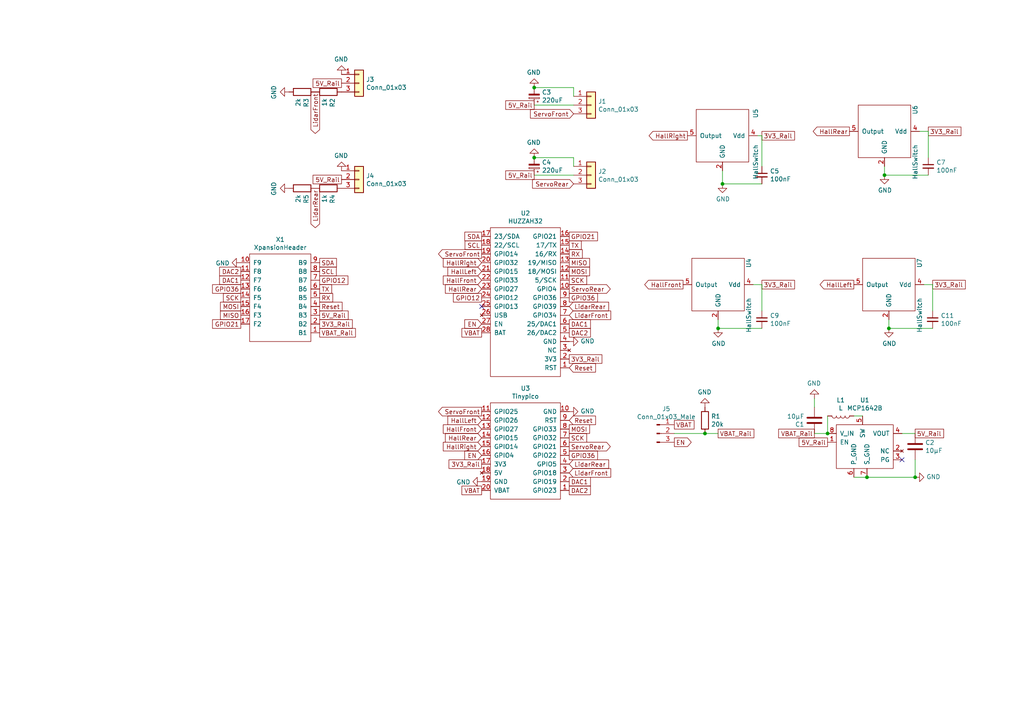
<source format=kicad_sch>
(kicad_sch (version 20211123) (generator eeschema)
  (paper "A4")
  (title_block (title "Tardygrade pcb v0.42") (date "2021-11-21"))
  (lib_symbols
    (symbol "111symbols:HUZZAH32" (pin_names (offset 1.016))
      (property "Reference" "U" (at -7.62 24.13 0))
      (property "Value" "HUZZAH32" (at 5.08 24.13 0))
      (symbol "HUZZAH32_0_1"
        (rectangle (start -10.16 21.59) (end 10.16 -21.59))
      )
      (symbol "HUZZAH32_1_1"
        (pin input line (at 12.7 -19.05 180) (length 2.54) (name "RST") (number "1"))
        (pin bidirectional line (at 12.7 3.81 180) (length 2.54) (name "GPIO4") (number "10"))
        (pin bidirectional line (at 12.7 6.35 180) (length 2.54) (name "5/SCK") (number "11"))
        (pin bidirectional line (at 12.7 8.89 180) (length 2.54) (name "18/MOSI") (number "12"))
        (pin bidirectional line (at 12.7 11.43 180) (length 2.54) (name "19/MISO") (number "13"))
        (pin bidirectional line (at 12.7 13.97 180) (length 2.54) (name "16/RX") (number "14"))
        (pin bidirectional line (at 12.7 16.51 180) (length 2.54) (name "17/TX") (number "15"))
        (pin bidirectional line (at 12.7 19.05 180) (length 2.54) (name "GPIO21") (number "16"))
        (pin bidirectional line (at -12.7 19.05 0) (length 2.54) (name "23/SDA") (number "17"))
        (pin bidirectional line (at -12.7 16.51 0) (length 2.54) (name "22/SCL") (number "18"))
        (pin bidirectional line (at -12.7 13.97 0) (length 2.54) (name "GPIO14") (number "19"))
        (pin power_out line (at 12.7 -16.51 180) (length 2.54) (name "3V3") (number "2"))
        (pin bidirectional line (at -12.7 11.43 0) (length 2.54) (name "GPIO32") (number "20"))
        (pin bidirectional line (at -12.7 8.89 0) (length 2.54) (name "GPIO15") (number "21"))
        (pin bidirectional line (at -12.7 6.35 0) (length 2.54) (name "GPIO33") (number "22"))
        (pin bidirectional line (at -12.7 3.81 0) (length 2.54) (name "GPIO27") (number "23"))
        (pin bidirectional line (at -12.7 1.27 0) (length 2.54) (name "GPIO12") (number "24"))
        (pin bidirectional line (at -12.7 -1.27 0) (length 2.54) (name "GPIO13") (number "25"))
        (pin no_connect line (at -12.7 -3.81 0) (length 2.54) (name "USB") (number "26"))
        (pin input line (at -12.7 -6.35 0) (length 2.54) (name "EN") (number "27"))
        (pin power_out line (at -12.7 -8.89 0) (length 2.54) (name "BAT") (number "28"))
        (pin no_connect line (at 12.7 -13.97 180) (length 2.54) (name "NC") (number "3"))
        (pin power_out line (at 12.7 -11.43 180) (length 2.54) (name "GND") (number "4"))
        (pin bidirectional line (at 12.7 -8.89 180) (length 2.54) (name "26/DAC2") (number "5"))
        (pin bidirectional line (at 12.7 -6.35 180) (length 2.54) (name "25/DAC1") (number "6"))
        (pin bidirectional line (at 12.7 -3.81 180) (length 2.54) (name "GPIO34") (number "7"))
        (pin bidirectional line (at 12.7 -1.27 180) (length 2.54) (name "GPIO39") (number "8"))
        (pin bidirectional line (at 12.7 1.27 180) (length 2.54) (name "GPIO36") (number "9"))
      )
    )
    (symbol "111symbols:HallSwitch" (pin_names (offset 1.016))
      (property "Reference" "U" (at -7.62 10.16 0))
      (property "Value" "HallSwitch" (at 11.43 10.16 0))
      (symbol "HallSwitch_0_1"
        (rectangle (start -7.62 7.62) (end 7.62 -7.62))
      )
      (symbol "HallSwitch_1_1"
        (pin power_in line (at -10.16 0 0) (length 2.54) (name "GND") (number "2"))
        (pin power_in line (at 0 -10.16 90) (length 2.54) (name "Vdd") (number "4"))
        (pin output line (at 0 10.16 270) (length 2.54) (name "Output") (number "5"))
      )
    )
    (symbol "111symbols:MCP1642B" (pin_names (offset 1.016))
      (property "Reference" "U" (at -7.62 8.89 0))
      (property "Value" "MCP1642B" (at 6.35 8.89 0))
      (symbol "MCP1642B_0_1"
        (rectangle (start -7.62 6.35) (end 8.89 -6.35))
      )
      (symbol "MCP1642B_1_1"
        (pin input line (at -10.16 1.27 0) (length 2.54) (name "EN") (number "1"))
        (pin no_connect line (at 11.43 -1.27 180) (length 2.54) (name "NC") (number "2"))
        (pin input line (at 11.43 -3.81 180) (length 2.54) (name "PG") (number "3"))
        (pin power_out line (at 11.43 3.81 180) (length 2.54) (name "VOUT") (number "4"))
        (pin input line (at 0 8.89 270) (length 2.54) (name "SW") (number "5"))
        (pin input line (at -2.54 -8.89 90) (length 2.54) (name "P_GND") (number "6"))
        (pin input line (at 1.27 -8.89 90) (length 2.54) (name "S_GND") (number "7"))
        (pin input line (at -10.16 3.81 0) (length 2.54) (name "V_IN") (number "8"))
      )
    )
    (symbol "111symbols:Tinypico" (pin_names (offset 1.016))
      (property "Reference" "U" (at -6.35 16.51 0))
      (property "Value" "Tinypico" (at 3.81 16.51 0))
      (symbol "Tinypico_0_1"
        (rectangle (start -10.16 13.97) (end 10.16 -13.97))
      )
      (symbol "Tinypico_1_1"
        (pin bidirectional line (at 12.7 -11.43 180) (length 2.54) (name "GPIO23") (number "1"))
        (pin power_out line (at 12.7 11.43 180) (length 2.54) (name "GND") (number "10"))
        (pin bidirectional line (at -12.7 11.43 0) (length 2.54) (name "GPIO25") (number "11"))
        (pin bidirectional line (at -12.7 8.89 0) (length 2.54) (name "GPIO26") (number "12"))
        (pin bidirectional line (at -12.7 6.35 0) (length 2.54) (name "GPIO27") (number "13"))
        (pin bidirectional line (at -12.7 3.81 0) (length 2.54) (name "GPIO15") (number "14"))
        (pin bidirectional line (at -12.7 1.27 0) (length 2.54) (name "GPIO14") (number "15"))
        (pin bidirectional line (at -12.7 -1.27 0) (length 2.54) (name "GPIO4") (number "16"))
        (pin power_out line (at -12.7 -3.81 0) (length 2.54) (name "3V3") (number "17"))
        (pin no_connect line (at -12.7 -6.35 0) (length 2.54) (name "5V") (number "18"))
        (pin power_out line (at -12.7 -8.89 0) (length 2.54) (name "GND") (number "19"))
        (pin bidirectional line (at 12.7 -8.89 180) (length 2.54) (name "GPIO19") (number "2"))
        (pin power_out line (at -12.7 -11.43 0) (length 2.54) (name "VBAT") (number "20"))
        (pin bidirectional line (at 12.7 -6.35 180) (length 2.54) (name "GPIO18") (number "3"))
        (pin bidirectional line (at 12.7 -3.81 180) (length 2.54) (name "GPIO5") (number "4"))
        (pin bidirectional line (at 12.7 -1.27 180) (length 2.54) (name "GPIO22") (number "5"))
        (pin bidirectional line (at 12.7 1.27 180) (length 2.54) (name "GPIO21") (number "6"))
        (pin bidirectional line (at 12.7 3.81 180) (length 2.54) (name "GPIO32") (number "7"))
        (pin bidirectional line (at 12.7 6.35 180) (length 2.54) (name "GPIO33") (number "8"))
        (pin input line (at 12.7 8.89 180) (length 2.54) (name "RST") (number "9"))
      )
    )
    (symbol "111symbols:XpansionHeader" (pin_names (offset 1.016))
      (property "Reference" "X" (at 10.16 16.51 0))
      (property "Value" "XpansionHeader" (at 0 16.51 0))
      (symbol "XpansionHeader_0_1"
        (rectangle (start -8.89 12.7) (end 8.89 -12.7))
      )
      (symbol "XpansionHeader_1_1"
        (pin passive line (at 11.43 -10.16 180) (length 2.54) (name "B1") (number "1"))
        (pin passive line (at -11.43 10.16 0) (length 2.54) (name "F9") (number "10"))
        (pin passive line (at -11.43 7.62 0) (length 2.54) (name "F8") (number "11"))
        (pin passive line (at -11.43 5.08 0) (length 2.54) (name "F7") (number "12"))
        (pin passive line (at -11.43 2.54 0) (length 2.54) (name "F6") (number "13"))
        (pin passive line (at -11.43 0 0) (length 2.54) (name "F5") (number "14"))
        (pin passive line (at -11.43 -2.54 0) (length 2.54) (name "F4") (number "15"))
        (pin passive line (at -11.43 -5.08 0) (length 2.54) (name "F3") (number "16"))
        (pin passive line (at -11.43 -7.62 0) (length 2.54) (name "F2") (number "17"))
        (pin passive line (at 11.43 -7.62 180) (length 2.54) (name "B2") (number "2"))
        (pin passive line (at 11.43 -5.08 180) (length 2.54) (name "B3") (number "3"))
        (pin passive line (at 11.43 -2.54 180) (length 2.54) (name "B4") (number "4"))
        (pin passive line (at 11.43 0 180) (length 2.54) (name "B5") (number "5"))
        (pin passive line (at 11.43 2.54 180) (length 2.54) (name "B6") (number "6"))
        (pin passive line (at 11.43 5.08 180) (length 2.54) (name "B7") (number "7"))
        (pin passive line (at 11.43 7.62 180) (length 2.54) (name "B8") (number "8"))
        (pin passive line (at 11.43 10.16 180) (length 2.54) (name "B9") (number "9"))
      )
    )
    (symbol "Connector:Conn_01x03_Male" (pin_names (offset 1.016) hide)
      (property "Reference" "J" (at 0 5.08 0))
      (property "Value" "Conn_01x03_Male" (at 0 -5.08 0))
      (symbol "Conn_01x03_Male_1_1"
        (polyline (pts (xy 1.27 -2.54) (xy 0.8636 -2.54)) (stroke (width 0.1524)))
        (polyline (pts (xy 1.27 0) (xy 0.8636 0)) (stroke (width 0.1524)))
        (polyline (pts (xy 1.27 2.54) (xy 0.8636 2.54)) (stroke (width 0.1524)))
        (rectangle (start 0.8636 -2.413) (end 0 -2.667) (stroke (width 0.1524)) (fill (type outline)))
        (rectangle (start 0.8636 0.127) (end 0 -0.127) (stroke (width 0.1524)) (fill (type outline)))
        (rectangle (start 0.8636 2.667) (end 0 2.413) (stroke (width 0.1524)) (fill (type outline)))
        (pin passive line (at 5.08 2.54 180) (length 3.81) (name "Pin_1") (number "1"))
        (pin passive line (at 5.08 0 180) (length 3.81) (name "Pin_2") (number "2"))
        (pin passive line (at 5.08 -2.54 180) (length 3.81) (name "Pin_3") (number "3"))
      )
    )
    (symbol "Connector_Generic:Conn_01x03" (pin_names (offset 1.016) hide)
      (property "Reference" "J" (at 0 5.08 0))
      (property "Value" "Conn_01x03" (at 0 -5.08 0))
      (symbol "Conn_01x03_1_1"
        (rectangle (start -1.27 -2.413) (end 0 -2.667) (stroke (width 0.1524)))
        (rectangle (start -1.27 0.127) (end 0 -0.127) (stroke (width 0.1524)))
        (rectangle (start -1.27 2.667) (end 0 2.413) (stroke (width 0.1524)))
        (rectangle (start -1.27 3.81) (end 1.27 -3.81) (stroke (width 0.254)) (fill (type background)))
        (pin passive line (at -5.08 2.54 0) (length 3.81) (name "Pin_1") (number "1"))
        (pin passive line (at -5.08 0 0) (length 3.81) (name "Pin_2") (number "2"))
        (pin passive line (at -5.08 -2.54 0) (length 3.81) (name "Pin_3") (number "3"))
      )
    )
    (symbol "Device:C" (pin_numbers hide) (pin_names (offset 0.254))
      (property "Reference" "C" (at 0.635 2.54 0))
      (property "Value" "C" (at 0.635 -2.54 0))
      (symbol "C_0_1"
        (polyline (pts (xy -2.032 -0.762) (xy 2.032 -0.762)) (stroke (width 0.508)))
        (polyline (pts (xy -2.032 0.762) (xy 2.032 0.762)) (stroke (width 0.508)))
      )
      (symbol "C_1_1"
        (pin passive line (at 0 3.81 270) (length 2.794) (name "~") (number "1"))
        (pin passive line (at 0 -3.81 90) (length 2.794) (name "~") (number "2"))
      )
    )
    (symbol "Device:CP_Small" (pin_numbers hide) (pin_names (offset 0.254) hide)
      (property "Reference" "C" (at 0.254 1.778 0))
      (property "Value" "Device_CP_Small" (at 0.254 -2.032 0))
      (symbol "CP_Small_0_1"
        (rectangle (start -1.524 -0.3048) (end 1.524 -0.6858) (fill (type outline)))
        (rectangle (start -1.524 0.6858) (end 1.524 0.3048))
        (polyline (pts (xy -1.27 1.524) (xy -0.762 1.524)))
        (polyline (pts (xy -1.016 1.27) (xy -1.016 1.778)))
      )
      (symbol "CP_Small_1_1"
        (pin passive line (at 0 2.54 270) (length 1.8542) (name "~") (number "1"))
        (pin passive line (at 0 -2.54 90) (length 1.8542) (name "~") (number "2"))
      )
    )
    (symbol "Device:C_Small" (pin_numbers hide) (pin_names (offset 0.254) hide)
      (property "Reference" "C" (at 0.254 1.778 0))
      (property "Value" "C_Small" (at 0.254 -2.032 0))
      (symbol "C_Small_0_1"
        (polyline (pts (xy -1.524 -0.508) (xy 1.524 -0.508)) (stroke (width 0.3302)))
        (polyline (pts (xy -1.524 0.508) (xy 1.524 0.508)) (stroke (width 0.3048)))
      )
      (symbol "C_Small_1_1"
        (pin passive line (at 0 2.54 270) (length 2.032) (name "~") (number "1"))
        (pin passive line (at 0 -2.54 90) (length 2.032) (name "~") (number "2"))
      )
    )
    (symbol "Device:L" (pin_numbers hide) (pin_names (offset 1.016) hide)
      (property "Reference" "L" (at -1.27 0 90))
      (property "Value" "L" (at 1.905 0 90))
      (symbol "L_0_1"
        (arc (start 0 -2.54) (mid 0.635 -1.905) (end 0 -1.27))
        (arc (start 0 -1.27) (mid 0.635 -0.635) (end 0 0))
        (arc (start 0 0) (mid 0.635 0.635) (end 0 1.27))
        (arc (start 0 1.27) (mid 0.635 1.905) (end 0 2.54))
      )
      (symbol "L_1_1"
        (pin passive line (at 0 3.81 270) (length 1.27) (name "1") (number "1"))
        (pin passive line (at 0 -3.81 90) (length 1.27) (name "2") (number "2"))
      )
    )
    (symbol "Device:R" (pin_numbers hide) (pin_names (offset 0))
      (property "Reference" "R" (at 2.032 0 90))
      (property "Value" "R" (at 0 0 90))
      (symbol "R_0_1"
        (rectangle (start -1.016 -2.54) (end 1.016 2.54) (stroke (width 0.254)))
      )
      (symbol "R_1_1"
        (pin passive line (at 0 3.81 270) (length 1.27) (name "~") (number "1"))
        (pin passive line (at 0 -3.81 90) (length 1.27) (name "~") (number "2"))
      )
    )
    (symbol "power:GND" (power) (pin_names (offset 0))
      (property "Value" "GND" (at 0 -3.81 0))
      (symbol "GND_0_1"
        (polyline (pts (xy 0 0) (xy 0 -1.27) (xy 1.27 -1.27) (xy 0 -2.54) (xy -1.27 -1.27) (xy 0 -1.27)))
      )
      (symbol "GND_1_1"
        (pin power_in line (at 0 0 270) (length 0) hide (name "GND") (number "1"))
      )
    )
  )
  (junction (at 257.81 95.25))
  (junction (at 256.54 50.8))
  (junction (at 240.03 125.73))
  (junction (at 265.43 138.43))
  (junction (at 208.28 95.25))
  (junction (at 204.47 125.73))
  (junction (at 154.94 25.4))
  (junction (at 154.94 45.72))
  (junction (at 251.46 138.43))
  (junction (at 209.55 53.34))
  (no_connect (at 261.62 133.35))
  (no_connect (at 139.7 88.9))
  (wire (pts (xy 265.43 125.73) (xy 261.62 125.73)))
  (wire (pts (xy 208.28 125.73) (xy 204.47 125.73)))
  (wire (pts (xy 154.94 45.72) (xy 166.37 45.72)))
  (wire (pts (xy 209.55 53.34) (xy 209.55 49.53)))
  (wire (pts (xy 257.81 92.71) (xy 257.81 95.25)))
  (wire (pts (xy 236.22 125.73) (xy 240.03 125.73)))
  (wire (pts (xy 166.37 25.4) (xy 166.37 27.94)))
  (wire (pts (xy 267.97 82.55) (xy 270.51 82.55)))
  (wire (pts (xy 218.44 82.55) (xy 220.98 82.55)))
  (wire (pts (xy 251.46 138.43) (xy 265.43 138.43)))
  (wire (pts (xy 256.54 50.8) (xy 256.54 48.26)))
  (wire (pts (xy 208.28 95.25) (xy 208.28 92.71)))
  (wire (pts (xy 154.94 25.4) (xy 166.37 25.4)))
  (wire (pts (xy 166.37 50.8) (xy 154.94 50.8)))
  (wire (pts (xy 270.51 82.55) (xy 270.51 90.17)))
  (wire (pts (xy 240.03 120.65) (xy 240.03 125.73)))
  (wire (pts (xy 266.7 38.1) (xy 269.24 38.1)))
  (wire (pts (xy 220.98 95.25) (xy 208.28 95.25)))
  (wire (pts (xy 250.19 120.65) (xy 247.65 120.65)))
  (wire (pts (xy 220.98 53.34) (xy 209.55 53.34)))
  (wire (pts (xy 220.98 39.37) (xy 220.98 48.26)))
  (wire (pts (xy 166.37 45.72) (xy 166.37 48.26)))
  (wire (pts (xy 220.98 82.55) (xy 220.98 90.17)))
  (wire (pts (xy 166.37 30.48) (xy 154.94 30.48)))
  (wire (pts (xy 219.71 39.37) (xy 220.98 39.37)))
  (wire (pts (xy 269.24 50.8) (xy 256.54 50.8)))
  (wire (pts (xy 247.65 138.43) (xy 251.46 138.43)))
  (wire (pts (xy 265.43 133.35) (xy 265.43 138.43)))
  (wire (pts (xy 269.24 38.1) (xy 269.24 45.72)))
  (wire (pts (xy 195.58 125.73) (xy 204.47 125.73)))
  (wire (pts (xy 236.22 115.57) (xy 236.22 118.11)))
  (wire (pts (xy 257.81 95.25) (xy 270.51 95.25)))
  (global_label "HallLeft" (shape output) (at 247.65 82.55 180) (property "Intersheet References" "${INTERSHEET_REFS}" (effects hide)))
  (global_label "ServoRear" (shape output) (at 165.1 83.82 0) (property "Intersheet References" "${INTERSHEET_REFS}" (effects hide)))
  (global_label "GPIO12" (shape passive) (at 92.71 81.28 0) (property "Intersheet References" "${INTERSHEET_REFS}" (effects hide)))
  (global_label "DAC2" (shape passive) (at 165.1 96.52 0) (property "Intersheet References" "${INTERSHEET_REFS}" (effects hide)))
  (global_label "3V3_Rail" (shape passive) (at 220.98 39.37 0) (property "Intersheet References" "${INTERSHEET_REFS}" (effects hide)))
  (global_label "5V_Rail" (shape passive) (at 92.71 91.44 0) (property "Intersheet References" "${INTERSHEET_REFS}" (effects hide)))
  (global_label "VBAT_Rail" (shape passive) (at 236.22 125.73 180) (property "Intersheet References" "${INTERSHEET_REFS}" (effects hide)))
  (global_label "5V_Rail" (shape passive) (at 99.06 24.13 180) (property "Intersheet References" "${INTERSHEET_REFS}" (effects hide)))
  (global_label "LidarFront" (shape input) (at 165.1 137.16 0) (property "Intersheet References" "${INTERSHEET_REFS}" (effects hide)))
  (global_label "SCK" (shape passive) (at 165.1 81.28 0) (property "Intersheet References" "${INTERSHEET_REFS}" (effects hide)))
  (global_label "LidarFront" (shape output) (at 91.44 26.67 270) (property "Intersheet References" "${INTERSHEET_REFS}" (effects hide)))
  (global_label "HallRight" (shape input) (at 139.7 76.2 180) (property "Intersheet References" "${INTERSHEET_REFS}" (effects hide)))
  (global_label "Reset" (shape input) (at 165.1 106.68 0) (property "Intersheet References" "${INTERSHEET_REFS}" (effects hide)))
  (global_label "ServoRear" (shape output) (at 165.1 129.54 0) (property "Intersheet References" "${INTERSHEET_REFS}" (effects hide)))
  (global_label "HallRight" (shape output) (at 199.39 39.37 180) (property "Intersheet References" "${INTERSHEET_REFS}" (effects hide)))
  (global_label "GPIO21" (shape passive) (at 165.1 68.58 0) (property "Intersheet References" "${INTERSHEET_REFS}" (effects hide)))
  (global_label "MOSI" (shape passive) (at 165.1 124.46 0) (property "Intersheet References" "${INTERSHEET_REFS}" (effects hide)))
  (global_label "3V3_Rail" (shape passive) (at 220.98 82.55 0) (property "Intersheet References" "${INTERSHEET_REFS}" (effects hide)))
  (global_label "EN" (shape input) (at 139.7 93.98 180) (property "Intersheet References" "${INTERSHEET_REFS}" (effects hide)))
  (global_label "LidarFront" (shape input) (at 165.1 91.44 0) (property "Intersheet References" "${INTERSHEET_REFS}" (effects hide)))
  (global_label "HallFront" (shape input) (at 139.7 81.28 180) (property "Intersheet References" "${INTERSHEET_REFS}" (effects hide)))
  (global_label "3V3_Rail" (shape passive) (at 165.1 104.14 0) (property "Intersheet References" "${INTERSHEET_REFS}" (effects hide)))
  (global_label "LidarRear" (shape input) (at 165.1 134.62 0) (property "Intersheet References" "${INTERSHEET_REFS}" (effects hide)))
  (global_label "SCL" (shape passive) (at 139.7 71.12 180) (property "Intersheet References" "${INTERSHEET_REFS}" (effects hide)))
  (global_label "VBAT" (shape passive) (at 195.58 123.19 0) (property "Intersheet References" "${INTERSHEET_REFS}" (effects hide)))
  (global_label "3V3_Rail" (shape passive) (at 269.24 38.1 0) (property "Intersheet References" "${INTERSHEET_REFS}" (effects hide)))
  (global_label "MISO" (shape passive) (at 69.85 91.44 180) (property "Intersheet References" "${INTERSHEET_REFS}" (effects hide)))
  (global_label "Reset" (shape passive) (at 92.71 88.9 0) (property "Intersheet References" "${INTERSHEET_REFS}" (effects hide)))
  (global_label "SDA" (shape passive) (at 92.71 76.2 0) (property "Intersheet References" "${INTERSHEET_REFS}" (effects hide)))
  (global_label "GPIO21" (shape passive) (at 69.85 93.98 180) (property "Intersheet References" "${INTERSHEET_REFS}" (effects hide)))
  (global_label "HallLeft" (shape input) (at 139.7 121.92 180) (property "Intersheet References" "${INTERSHEET_REFS}" (effects hide)))
  (global_label "SDA" (shape passive) (at 139.7 68.58 180) (property "Intersheet References" "${INTERSHEET_REFS}" (effects hide)))
  (global_label "GPIO36" (shape passive) (at 69.85 83.82 180) (property "Intersheet References" "${INTERSHEET_REFS}" (effects hide)))
  (global_label "5V_Rail" (shape passive) (at 154.94 30.48 180) (property "Intersheet References" "${INTERSHEET_REFS}" (effects hide)))
  (global_label "RX" (shape passive) (at 165.1 73.66 0) (property "Intersheet References" "${INTERSHEET_REFS}" (effects hide)))
  (global_label "HallLeft" (shape input) (at 139.7 78.74 180) (property "Intersheet References" "${INTERSHEET_REFS}" (effects hide)))
  (global_label "5V_Rail" (shape passive) (at 240.03 128.27 180) (property "Intersheet References" "${INTERSHEET_REFS}" (effects hide)))
  (global_label "ServoRear" (shape input) (at 166.37 53.34 180) (property "Intersheet References" "${INTERSHEET_REFS}" (effects hide)))
  (global_label "5V_Rail" (shape passive) (at 154.94 50.8 180) (property "Intersheet References" "${INTERSHEET_REFS}" (effects hide)))
  (global_label "TX" (shape passive) (at 165.1 71.12 0) (property "Intersheet References" "${INTERSHEET_REFS}" (effects hide)))
  (global_label "GPIO36" (shape passive) (at 165.1 86.36 0) (property "Intersheet References" "${INTERSHEET_REFS}" (effects hide)))
  (global_label "ServoFront" (shape output) (at 139.7 119.38 180) (property "Intersheet References" "${INTERSHEET_REFS}" (effects hide)))
  (global_label "3V3_Rail" (shape passive) (at 92.71 93.98 0) (property "Intersheet References" "${INTERSHEET_REFS}" (effects hide)))
  (global_label "LidarRear" (shape input) (at 165.1 88.9 0) (property "Intersheet References" "${INTERSHEET_REFS}" (effects hide)))
  (global_label "RX" (shape passive) (at 92.71 86.36 0) (property "Intersheet References" "${INTERSHEET_REFS}" (effects hide)))
  (global_label "MISO" (shape passive) (at 165.1 76.2 0) (property "Intersheet References" "${INTERSHEET_REFS}" (effects hide)))
  (global_label "3V3_Rail" (shape passive) (at 270.51 82.55 0) (property "Intersheet References" "${INTERSHEET_REFS}" (effects hide)))
  (global_label "HallRear" (shape input) (at 139.7 83.82 180) (property "Intersheet References" "${INTERSHEET_REFS}" (effects hide)))
  (global_label "HallRear" (shape input) (at 139.7 127 180) (property "Intersheet References" "${INTERSHEET_REFS}" (effects hide)))
  (global_label "SCK" (shape passive) (at 165.1 127 0) (property "Intersheet References" "${INTERSHEET_REFS}" (effects hide)))
  (global_label "HallRear" (shape output) (at 246.38 38.1 180) (property "Intersheet References" "${INTERSHEET_REFS}" (effects hide)))
  (global_label "3V3_Rail" (shape passive) (at 139.7 134.62 180) (property "Intersheet References" "${INTERSHEET_REFS}" (effects hide)))
  (global_label "EN" (shape input) (at 139.7 132.08 180) (property "Intersheet References" "${INTERSHEET_REFS}" (effects hide)))
  (global_label "MOSI" (shape passive) (at 69.85 88.9 180) (property "Intersheet References" "${INTERSHEET_REFS}" (effects hide)))
  (global_label "ServoFront" (shape output) (at 139.7 73.66 180) (property "Intersheet References" "${INTERSHEET_REFS}" (effects hide)))
  (global_label "5V_Rail" (shape passive) (at 265.43 125.73 0) (property "Intersheet References" "${INTERSHEET_REFS}" (effects hide)))
  (global_label "GPIO12" (shape passive) (at 139.7 86.36 180) (property "Intersheet References" "${INTERSHEET_REFS}" (effects hide)))
  (global_label "VBAT_Rail" (shape passive) (at 208.28 125.73 0) (property "Intersheet References" "${INTERSHEET_REFS}" (effects hide)))
  (global_label "GPIO36" (shape passive) (at 165.1 132.08 0) (property "Intersheet References" "${INTERSHEET_REFS}" (effects hide)))
  (global_label "5V_Rail" (shape passive) (at 99.06 52.07 180) (property "Intersheet References" "${INTERSHEET_REFS}" (effects hide)))
  (global_label "LidarRear" (shape output) (at 91.44 54.61 270) (property "Intersheet References" "${INTERSHEET_REFS}" (effects hide)))
  (global_label "HallFront" (shape input) (at 139.7 124.46 180) (property "Intersheet References" "${INTERSHEET_REFS}" (effects hide)))
  (global_label "VBAT" (shape passive) (at 139.7 142.24 180) (property "Intersheet References" "${INTERSHEET_REFS}" (effects hide)))
  (global_label "HallFront" (shape output) (at 198.12 82.55 180) (property "Intersheet References" "${INTERSHEET_REFS}" (effects hide)))
  (global_label "VBAT_Rail" (shape passive) (at 92.71 96.52 0) (property "Intersheet References" "${INTERSHEET_REFS}" (effects hide)))
  (global_label "HallRight" (shape input) (at 139.7 129.54 180) (property "Intersheet References" "${INTERSHEET_REFS}" (effects hide)))
  (global_label "DAC2" (shape passive) (at 165.1 142.24 0) (property "Intersheet References" "${INTERSHEET_REFS}" (effects hide)))
  (global_label "ServoFront" (shape input) (at 166.37 33.02 180) (property "Intersheet References" "${INTERSHEET_REFS}" (effects hide)))
  (global_label "MOSI" (shape passive) (at 165.1 78.74 0) (property "Intersheet References" "${INTERSHEET_REFS}" (effects hide)))
  (global_label "SCL" (shape passive) (at 92.71 78.74 0) (property "Intersheet References" "${INTERSHEET_REFS}" (effects hide)))
  (global_label "DAC1" (shape passive) (at 165.1 93.98 0) (property "Intersheet References" "${INTERSHEET_REFS}" (effects hide)))
  (global_label "Reset" (shape input) (at 165.1 121.92 0) (property "Intersheet References" "${INTERSHEET_REFS}" (effects hide)))
  (global_label "DAC2" (shape passive) (at 69.85 78.74 180) (property "Intersheet References" "${INTERSHEET_REFS}" (effects hide)))
  (global_label "VBAT" (shape passive) (at 139.7 96.52 180) (property "Intersheet References" "${INTERSHEET_REFS}" (effects hide)))
  (global_label "TX" (shape passive) (at 92.71 83.82 0) (property "Intersheet References" "${INTERSHEET_REFS}" (effects hide)))
  (global_label "EN" (shape output) (at 195.58 128.27 0) (property "Intersheet References" "${INTERSHEET_REFS}" (effects hide)))
  (global_label "DAC1" (shape passive) (at 69.85 81.28 180) (property "Intersheet References" "${INTERSHEET_REFS}" (effects hide)))
  (global_label "SCK" (shape passive) (at 69.85 86.36 180) (property "Intersheet References" "${INTERSHEET_REFS}" (effects hide)))
  (global_label "DAC1" (shape passive) (at 165.1 139.7 0) (property "Intersheet References" "${INTERSHEET_REFS}" (effects hide)))
  (symbol (lib_id "Device:L") (at 243.84 120.65 270) (unit 1)
    (property "Reference" "L1" (at 243.84 116.0526 90))
    (property "Value" "L" (at 243.84 118.364 90))
    (property "Footprint" "222footprints:710-744052005" (effects hide))
    (property "Datasheet" "https://www.mouser.se/datasheet/2/445/744052005-1721003.pdf" (effects hide))
  )
  (symbol (lib_id "Device:C") (at 265.43 129.54 0) (unit 1)
    (property "Reference" "C2" (at 268.351 128.3716 0) (effects (justify left)))
    (property "Value" "10μF" (at 268.351 130.683 0) (effects (justify left)))
    (property "Footprint" "222footprints:C_0603_1608Metric_HandSolderBig" (effects hide))
  )
  (symbol (lib_id "Device:C") (at 236.22 121.92 180) (unit 1)
    (property "Reference" "C1" (at 233.299 123.0884 0) (effects (justify left)))
    (property "Value" "10μF" (at 233.299 120.777 0) (effects (justify left)))
    (property "Footprint" "222footprints:C_0603_1608Metric_HandSolderBig" (effects hide))
  )
  (symbol (lib_id "111symbols:HallSwitch") (at 209.55 39.37 90) (unit 1)
    (property "Reference" "U5" (at 218.44 34.29 0) (effects (justify left top)))
    (property "Value" "HallSwitch" (at 218.44 41.91 0) (effects (justify right top)))
    (property "Footprint" "222footprints:SOT-553" (effects hide))
    (property "Datasheet" "https://www.mouser.se/datasheet/2/115/AH1815-1317604.pdf" (effects hide))
  )
  (symbol (lib_id "111symbols:HallSwitch") (at 256.54 38.1 90) (unit 1)
    (property "Reference" "U6" (at 265.43 30.48 0) (effects (justify right)))
    (property "Value" "HallSwitch" (at 265.43 41.91 0) (effects (justify right)))
    (property "Footprint" "222footprints:SOT-553" (effects hide))
    (property "Datasheet" "https://www.mouser.se/datasheet/2/115/AH1815-1317604.pdf" (effects hide))
  )
  (symbol (lib_id "111symbols:HallSwitch") (at 208.28 82.55 90) (unit 1)
    (property "Reference" "U4" (at 217.17 74.93 0) (effects (justify right)))
    (property "Value" "HallSwitch" (at 217.17 86.36 0) (effects (justify right)))
    (property "Footprint" "222footprints:SOT-553" (effects hide))
    (property "Datasheet" "https://www.mouser.se/datasheet/2/115/AH1815-1317604.pdf" (effects hide))
  )
  (symbol (lib_id "111symbols:HallSwitch") (at 257.81 82.55 90) (unit 1)
    (property "Reference" "U7" (at 266.7 74.93 0) (effects (justify right)))
    (property "Value" "HallSwitch" (at 266.7 86.36 0) (effects (justify right)))
    (property "Footprint" "222footprints:SOT-553" (effects hide))
    (property "Datasheet" "https://www.mouser.se/datasheet/2/115/AH1815-1317604.pdf" (effects hide))
  )
  (symbol (lib_id "Device:C_Small") (at 220.98 92.71 0) (unit 1)
    (property "Reference" "C9" (at 223.3168 91.5416 0) (effects (justify left)))
    (property "Value" "100nF" (at 223.3168 93.853 0) (effects (justify left)))
    (property "Footprint" "Capacitor_SMD:C_0603_1608Metric_Pad1.08x0.95mm_HandSolder" (effects hide))
  )
  (symbol (lib_id "Connector_Generic:Conn_01x03") (at 171.45 30.48 0) (unit 1)
    (property "Reference" "J1" (at 173.482 29.4132 0) (effects (justify left)))
    (property "Value" "Conn_01x03" (at 173.482 31.7246 0) (effects (justify left)))
    (property "Footprint" "222footprints:PinHeader_Servo" (effects hide))
  )
  (symbol (lib_id "Connector_Generic:Conn_01x03") (at 171.45 50.8 0) (unit 1)
    (property "Reference" "J2" (at 173.482 49.7332 0) (effects (justify left)))
    (property "Value" "Conn_01x03" (at 173.482 52.0446 0) (effects (justify left)))
    (property "Footprint" "222footprints:PinHeader_Servo" (effects hide))
  )
  (symbol (lib_id "111symbols:HUZZAH32") (at 152.4 87.63 0) (unit 1)
    (property "Reference" "U2" (at 152.4 61.849 0))
    (property "Value" "HUZZAH32" (at 152.4 64.1604 0))
    (property "Footprint" "222footprints:HUZZAH32" (effects hide))
    (property "Datasheet" "https://cdn-shop.adafruit.com/product-files/3320/3320_module_datasheet.pdf" (effects hide))
  )
  (symbol (lib_id "111symbols:MCP1642B") (at 250.19 129.54 0) (unit 1)
    (property "Reference" "U1" (at 250.825 116.0526 0))
    (property "Value" "MCP1642B" (at 250.825 118.364 0))
    (property "Footprint" "222footprints:MSOP-8_Handsolder" (effects hide))
    (property "Datasheet" "https://www.mouser.se/datasheet/2/268/20005253A-596569.pdf" (effects hide))
  )
  (symbol (lib_id "111symbols:Tinypico") (at 152.4 130.81 0) (unit 1)
    (property "Reference" "U3" (at 152.4 112.649 0))
    (property "Value" "Tinypico" (at 152.4 114.9604 0))
    (property "Footprint" "222footprints:Tinypico" (effects hide))
    (property "Datasheet" "https://www.espressif.com/sites/default/files/documentation/esp32_datasheet_en.pdf" (effects hide))
  )
  (symbol (lib_id "Device:C_Small") (at 269.24 48.26 0) (unit 1)
    (property "Reference" "C7" (at 271.5768 47.0916 0) (effects (justify left)))
    (property "Value" "100nF" (at 271.5768 49.403 0) (effects (justify left)))
    (property "Footprint" "Capacitor_SMD:C_0603_1608Metric_Pad1.08x0.95mm_HandSolder" (effects hide))
  )
  (symbol (lib_id "Device:C_Small") (at 220.98 50.8 0) (unit 1)
    (property "Reference" "C5" (at 223.3168 49.6316 0) (effects (justify left)))
    (property "Value" "100nF" (at 223.3168 51.943 0) (effects (justify left)))
    (property "Footprint" "Capacitor_SMD:C_0603_1608Metric_Pad1.08x0.95mm_HandSolder" (effects hide))
  )
  (symbol (lib_id "Device:C_Small") (at 270.51 92.71 0) (unit 1)
    (property "Reference" "C11" (at 272.8468 91.5416 0) (effects (justify left)))
    (property "Value" "100nF" (at 272.8468 93.853 0) (effects (justify left)))
    (property "Footprint" "Capacitor_SMD:C_0603_1608Metric_Pad1.08x0.95mm_HandSolder" (effects hide))
  )
  (symbol (lib_id "power:GND") (at 236.22 115.57 180) (unit 1)
    (property "Reference" "#PWR0101" (effects hide))
    (property "Value" "GND" (at 236.093 111.1758 0))
  )
  (symbol (lib_id "power:GND") (at 165.1 99.06 90) (unit 1)
    (property "Reference" "#PWR0107" (effects hide))
    (property "Value" "GND" (at 168.3512 98.933 90) (effects (justify right)))
  )
  (symbol (lib_id "power:GND") (at 139.7 139.7 270) (unit 1)
    (property "Reference" "#PWR0108" (effects hide))
    (property "Value" "GND" (at 136.4488 139.827 90) (effects (justify right)))
  )
  (symbol (lib_id "power:GND") (at 165.1 119.38 90) (unit 1)
    (property "Reference" "#PWR0109" (effects hide))
    (property "Value" "GND" (at 168.3512 119.253 90) (effects (justify right)))
  )
  (symbol (lib_id "Connector_Generic:Conn_01x03") (at 104.14 24.13 0) (unit 1)
    (property "Reference" "J3" (at 106.172 23.0632 0) (effects (justify left)))
    (property "Value" "Conn_01x03" (at 106.172 25.3746 0) (effects (justify left)))
    (property "Footprint" "222footprints:PinHeader_Servo" (effects hide))
    (property "Datasheet" "https://www.pololu.com/product/4050" (effects hide))
  )
  (symbol (lib_id "Connector_Generic:Conn_01x03") (at 104.14 52.07 0) (unit 1)
    (property "Reference" "J4" (at 106.172 51.0032 0) (effects (justify left)))
    (property "Value" "Conn_01x03" (at 106.172 53.3146 0) (effects (justify left)))
    (property "Footprint" "222footprints:PinHeader_Servo" (effects hide))
    (property "Datasheet" "https://www.pololu.com/product/4050" (effects hide))
  )
  (symbol (lib_id "power:GND") (at 265.43 138.43 90) (unit 1)
    (property "Reference" "#PWR0105" (effects hide))
    (property "Value" "GND" (at 268.6812 138.303 90) (effects (justify right)))
  )
  (symbol (lib_id "power:GND") (at 99.06 21.59 180) (unit 1)
    (property "Reference" "#PWR0102" (effects hide))
    (property "Value" "GND" (at 98.933 17.1958 0))
  )
  (symbol (lib_id "power:GND") (at 99.06 49.53 180) (unit 1)
    (property "Reference" "#PWR0103" (effects hide))
    (property "Value" "GND" (at 98.933 45.1358 0))
  )
  (symbol (lib_id "power:GND") (at 154.94 25.4 180) (unit 1)
    (property "Reference" "#PWR0104" (effects hide))
    (property "Value" "GND" (at 154.813 21.0058 0))
  )
  (symbol (lib_id "power:GND") (at 154.94 45.72 180) (unit 1)
    (property "Reference" "#PWR0106" (effects hide))
    (property "Value" "GND" (at 154.813 41.3258 0))
  )
  (symbol (lib_id "power:GND") (at 209.55 53.34 0) (unit 1)
    (property "Reference" "#PWR0110" (effects hide))
    (property "Value" "GND" (at 209.677 57.7342 0))
  )
  (symbol (lib_id "power:GND") (at 256.54 50.8 0) (unit 1)
    (property "Reference" "#PWR0111" (effects hide))
    (property "Value" "GND" (at 256.667 55.1942 0))
  )
  (symbol (lib_id "power:GND") (at 208.28 95.25 0) (unit 1)
    (property "Reference" "#PWR0112" (effects hide))
    (property "Value" "GND" (at 208.407 99.6442 0))
  )
  (symbol (lib_id "power:GND") (at 257.81 95.25 0) (unit 1)
    (property "Reference" "#PWR0113" (effects hide))
    (property "Value" "GND" (at 257.937 99.6442 0))
  )
  (symbol (lib_id "111symbols:XpansionHeader") (at 81.28 86.36 0) (unit 1)
    (property "Reference" "X1" (at 81.28 69.469 0))
    (property "Value" "XpansionHeader" (at 81.28 71.7804 0))
    (property "Footprint" "222footprints:XpansionHeader" (effects hide))
  )
  (symbol (lib_id "power:GND") (at 69.85 76.2 270) (unit 1)
    (property "Reference" "#PWR0114" (effects hide))
    (property "Value" "GND" (at 66.5988 76.327 90) (effects (justify right)))
  )
  (symbol (lib_id "Device:CP_Small") (at 154.94 27.94 180) (unit 1)
    (property "Reference" "C3" (at 157.1752 26.7716 0) (effects (justify right)))
    (property "Value" "220uF" (at 157.1752 29.083 0) (effects (justify right)))
    (property "Footprint" "Capacitor_THT:CP_Radial_D5.0mm_P2.00mm" (effects hide))
  )
  (symbol (lib_id "Device:CP_Small") (at 154.94 48.26 180) (unit 1)
    (property "Reference" "C4" (at 157.1752 47.0916 0) (effects (justify right)))
    (property "Value" "220uF" (at 157.1752 49.403 0) (effects (justify right)))
    (property "Footprint" "Capacitor_THT:CP_Radial_D5.0mm_P2.00mm" (effects hide))
  )
  (symbol (lib_id "Connector:Conn_01x03_Male") (at 190.5 125.73 0) (unit 1)
    (property "Reference" "J5" (at 193.2432 118.5926 0))
    (property "Value" "Conn_01x03_Male" (at 193.2432 120.904 0))
    (property "Footprint" "Connector_PinHeader_2.54mm:PinHeader_1x03_P2.54mm_Vertical" (effects hide))
  )
  (symbol (lib_id "power:GND") (at 204.47 118.11 180) (unit 1)
    (property "Reference" "#PWR0115" (effects hide))
    (property "Value" "GND" (at 204.343 113.7158 0))
  )
  (symbol (lib_id "Device:R") (at 204.47 121.92 0) (unit 1)
    (property "Reference" "R1" (at 206.248 120.7516 0) (effects (justify left)))
    (property "Value" "20k" (at 206.248 123.063 0) (effects (justify left)))
    (property "Footprint" "Resistor_SMD:R_0603_1608Metric_Pad0.98x0.95mm_HandSolder" (effects hide))
  )
  (symbol (lib_id "power:GND") (at 83.82 26.67 270) (unit 1)
    (property "Reference" "#PWR0116" (effects hide))
    (property "Value" "GND" (at 79.4258 26.797 0))
  )
  (symbol (lib_id "power:GND") (at 83.82 54.61 270) (unit 1)
    (property "Reference" "#PWR0117" (effects hide))
    (property "Value" "GND" (at 79.4258 54.737 0))
  )
  (symbol (lib_id "Device:R") (at 95.25 54.61 270) (unit 1)
    (property "Reference" "R4" (at 96.4184 56.388 0) (effects (justify left)))
    (property "Value" "1k" (at 94.107 56.388 0) (effects (justify left)))
    (property "Footprint" "Resistor_SMD:R_0603_1608Metric_Pad0.98x0.95mm_HandSolder" (effects hide))
  )
  (symbol (lib_id "Device:R") (at 87.63 26.67 270) (unit 1)
    (property "Reference" "R3" (at 88.7984 28.448 0) (effects (justify left)))
    (property "Value" "2k" (at 86.487 28.448 0) (effects (justify left)))
    (property "Footprint" "Resistor_SMD:R_0603_1608Metric_Pad0.98x0.95mm_HandSolder" (effects hide))
  )
  (symbol (lib_id "Device:R") (at 87.63 54.61 270) (unit 1)
    (property "Reference" "R5" (at 88.7984 56.388 0) (effects (justify left)))
    (property "Value" "2k" (at 86.487 56.388 0) (effects (justify left)))
    (property "Footprint" "Resistor_SMD:R_0603_1608Metric_Pad0.98x0.95mm_HandSolder" (effects hide))
  )
  (symbol (lib_id "Device:R") (at 95.25 26.67 270) (unit 1)
    (property "Reference" "R2" (at 96.4184 28.448 0) (effects (justify left)))
    (property "Value" "1k" (at 94.107 28.448 0) (effects (justify left)))
    (property "Footprint" "Resistor_SMD:R_0603_1608Metric_Pad0.98x0.95mm_HandSolder" (effects hide))
  )
)
</source>
